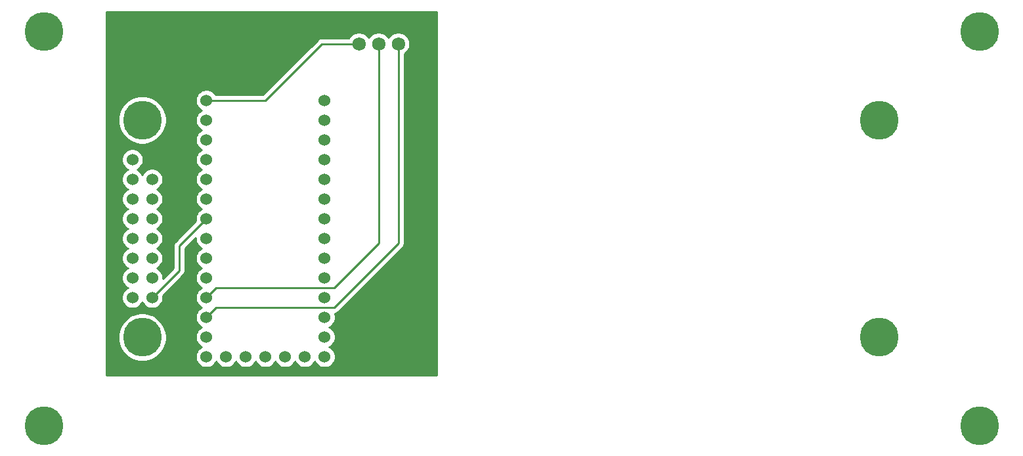
<source format=gbr>
G04 #@! TF.GenerationSoftware,KiCad,Pcbnew,(5.1.5)-3*
G04 #@! TF.CreationDate,2020-06-23T15:46:55-07:00*
G04 #@! TF.ProjectId,Display Board,44697370-6c61-4792-9042-6f6172642e6b,rev?*
G04 #@! TF.SameCoordinates,Original*
G04 #@! TF.FileFunction,Copper,L1,Top*
G04 #@! TF.FilePolarity,Positive*
%FSLAX46Y46*%
G04 Gerber Fmt 4.6, Leading zero omitted, Abs format (unit mm)*
G04 Created by KiCad (PCBNEW (5.1.5)-3) date 2020-06-23 15:46:55*
%MOMM*%
%LPD*%
G04 APERTURE LIST*
%ADD10C,1.725000*%
%ADD11R,1.725000X1.725000*%
%ADD12C,5.000000*%
%ADD13C,1.524000*%
%ADD14C,0.250000*%
%ADD15C,0.254000*%
G04 APERTURE END LIST*
D10*
X123190000Y-71437500D03*
X128270000Y-71437500D03*
X125730000Y-71437500D03*
D11*
X130810000Y-71437500D03*
D12*
X203200000Y-120650000D03*
X203200000Y-69850000D03*
X82550000Y-120650000D03*
X82550000Y-69850000D03*
D13*
X116205000Y-111760000D03*
X103505000Y-111760000D03*
X103505000Y-109220000D03*
X103505000Y-106680000D03*
X103505000Y-104140000D03*
X103505000Y-101600000D03*
X103505000Y-99060000D03*
X103505000Y-96520000D03*
X103505000Y-93980000D03*
X103505000Y-91440000D03*
X103505000Y-88900000D03*
X103505000Y-86360000D03*
X103505000Y-83820000D03*
X103505000Y-81280000D03*
X103505000Y-78740000D03*
X118745000Y-111760000D03*
X118745000Y-109220000D03*
X118745000Y-106680000D03*
X118745000Y-104140000D03*
X118745000Y-101600000D03*
X118745000Y-99060000D03*
X118745000Y-96520000D03*
X118745000Y-93980000D03*
X118745000Y-91440000D03*
X118745000Y-88900000D03*
X118745000Y-86360000D03*
X118745000Y-83820000D03*
X118745000Y-81280000D03*
X118745000Y-78740000D03*
X106045000Y-111760000D03*
X108585000Y-111760000D03*
X111125000Y-111760000D03*
X113665000Y-111760000D03*
D12*
X95250000Y-81250000D03*
X95250000Y-109250000D03*
X190250000Y-109250000D03*
X190250000Y-81250000D03*
D13*
X93980000Y-104140000D03*
X96520000Y-104140000D03*
X93980000Y-101600000D03*
X96520000Y-101600000D03*
X93980000Y-99060000D03*
X96520000Y-99060000D03*
X93980000Y-96520000D03*
X96520000Y-96520000D03*
X93980000Y-93980000D03*
X96520000Y-93980000D03*
X93980000Y-91440000D03*
X96520000Y-91440000D03*
X93980000Y-88900000D03*
X96520000Y-88900000D03*
X93980000Y-86360000D03*
X96520000Y-86360000D03*
D14*
X102743001Y-94741999D02*
X103505000Y-93980000D01*
X100012500Y-97472500D02*
X102743001Y-94741999D01*
X96520000Y-104140000D02*
X100012500Y-100647500D01*
X100012500Y-100647500D02*
X100012500Y-97472500D01*
X111125000Y-78740000D02*
X103505000Y-78740000D01*
X123190000Y-71437500D02*
X118427500Y-71437500D01*
X118427500Y-71437500D02*
X111125000Y-78740000D01*
X104266999Y-105918001D02*
X103505000Y-106680000D01*
X104775000Y-105410000D02*
X104266999Y-105918001D01*
X120015000Y-105410000D02*
X104775000Y-105410000D01*
X128270000Y-71437500D02*
X128270000Y-97155000D01*
X128270000Y-97155000D02*
X120015000Y-105410000D01*
X104266999Y-103378001D02*
X103505000Y-104140000D01*
X104775000Y-102870000D02*
X104266999Y-103378001D01*
X120015000Y-102870000D02*
X104775000Y-102870000D01*
X125730000Y-71437500D02*
X125730000Y-97155000D01*
X125730000Y-97155000D02*
X120015000Y-102870000D01*
D15*
G36*
X133223000Y-114173000D02*
G01*
X90614500Y-114173000D01*
X90614500Y-108941229D01*
X92115000Y-108941229D01*
X92115000Y-109558771D01*
X92235476Y-110164446D01*
X92471799Y-110734979D01*
X92814886Y-111248446D01*
X93251554Y-111685114D01*
X93765021Y-112028201D01*
X94335554Y-112264524D01*
X94941229Y-112385000D01*
X95558771Y-112385000D01*
X96164446Y-112264524D01*
X96734979Y-112028201D01*
X97248446Y-111685114D01*
X97685114Y-111248446D01*
X98028201Y-110734979D01*
X98264524Y-110164446D01*
X98385000Y-109558771D01*
X98385000Y-108941229D01*
X98264524Y-108335554D01*
X98028201Y-107765021D01*
X97685114Y-107251554D01*
X97248446Y-106814886D01*
X96734979Y-106471799D01*
X96164446Y-106235476D01*
X95558771Y-106115000D01*
X94941229Y-106115000D01*
X94335554Y-106235476D01*
X93765021Y-106471799D01*
X93251554Y-106814886D01*
X92814886Y-107251554D01*
X92471799Y-107765021D01*
X92235476Y-108335554D01*
X92115000Y-108941229D01*
X90614500Y-108941229D01*
X90614500Y-86222408D01*
X92583000Y-86222408D01*
X92583000Y-86497592D01*
X92636686Y-86767490D01*
X92741995Y-87021727D01*
X92894880Y-87250535D01*
X93089465Y-87445120D01*
X93318273Y-87598005D01*
X93395515Y-87630000D01*
X93318273Y-87661995D01*
X93089465Y-87814880D01*
X92894880Y-88009465D01*
X92741995Y-88238273D01*
X92636686Y-88492510D01*
X92583000Y-88762408D01*
X92583000Y-89037592D01*
X92636686Y-89307490D01*
X92741995Y-89561727D01*
X92894880Y-89790535D01*
X93089465Y-89985120D01*
X93318273Y-90138005D01*
X93395515Y-90170000D01*
X93318273Y-90201995D01*
X93089465Y-90354880D01*
X92894880Y-90549465D01*
X92741995Y-90778273D01*
X92636686Y-91032510D01*
X92583000Y-91302408D01*
X92583000Y-91577592D01*
X92636686Y-91847490D01*
X92741995Y-92101727D01*
X92894880Y-92330535D01*
X93089465Y-92525120D01*
X93318273Y-92678005D01*
X93395515Y-92710000D01*
X93318273Y-92741995D01*
X93089465Y-92894880D01*
X92894880Y-93089465D01*
X92741995Y-93318273D01*
X92636686Y-93572510D01*
X92583000Y-93842408D01*
X92583000Y-94117592D01*
X92636686Y-94387490D01*
X92741995Y-94641727D01*
X92894880Y-94870535D01*
X93089465Y-95065120D01*
X93318273Y-95218005D01*
X93395515Y-95250000D01*
X93318273Y-95281995D01*
X93089465Y-95434880D01*
X92894880Y-95629465D01*
X92741995Y-95858273D01*
X92636686Y-96112510D01*
X92583000Y-96382408D01*
X92583000Y-96657592D01*
X92636686Y-96927490D01*
X92741995Y-97181727D01*
X92894880Y-97410535D01*
X93089465Y-97605120D01*
X93318273Y-97758005D01*
X93395515Y-97790000D01*
X93318273Y-97821995D01*
X93089465Y-97974880D01*
X92894880Y-98169465D01*
X92741995Y-98398273D01*
X92636686Y-98652510D01*
X92583000Y-98922408D01*
X92583000Y-99197592D01*
X92636686Y-99467490D01*
X92741995Y-99721727D01*
X92894880Y-99950535D01*
X93089465Y-100145120D01*
X93318273Y-100298005D01*
X93395515Y-100330000D01*
X93318273Y-100361995D01*
X93089465Y-100514880D01*
X92894880Y-100709465D01*
X92741995Y-100938273D01*
X92636686Y-101192510D01*
X92583000Y-101462408D01*
X92583000Y-101737592D01*
X92636686Y-102007490D01*
X92741995Y-102261727D01*
X92894880Y-102490535D01*
X93089465Y-102685120D01*
X93318273Y-102838005D01*
X93395515Y-102870000D01*
X93318273Y-102901995D01*
X93089465Y-103054880D01*
X92894880Y-103249465D01*
X92741995Y-103478273D01*
X92636686Y-103732510D01*
X92583000Y-104002408D01*
X92583000Y-104277592D01*
X92636686Y-104547490D01*
X92741995Y-104801727D01*
X92894880Y-105030535D01*
X93089465Y-105225120D01*
X93318273Y-105378005D01*
X93572510Y-105483314D01*
X93842408Y-105537000D01*
X94117592Y-105537000D01*
X94387490Y-105483314D01*
X94641727Y-105378005D01*
X94870535Y-105225120D01*
X95065120Y-105030535D01*
X95218005Y-104801727D01*
X95250000Y-104724485D01*
X95281995Y-104801727D01*
X95434880Y-105030535D01*
X95629465Y-105225120D01*
X95858273Y-105378005D01*
X96112510Y-105483314D01*
X96382408Y-105537000D01*
X96657592Y-105537000D01*
X96927490Y-105483314D01*
X97181727Y-105378005D01*
X97410535Y-105225120D01*
X97605120Y-105030535D01*
X97758005Y-104801727D01*
X97863314Y-104547490D01*
X97917000Y-104277592D01*
X97917000Y-104002408D01*
X97886372Y-103848429D01*
X100523504Y-101211298D01*
X100552501Y-101187501D01*
X100647474Y-101071776D01*
X100718046Y-100939747D01*
X100761503Y-100796486D01*
X100772500Y-100684833D01*
X100772500Y-100684823D01*
X100776176Y-100647500D01*
X100772500Y-100610177D01*
X100772500Y-97787301D01*
X102108000Y-96451802D01*
X102108000Y-96657592D01*
X102161686Y-96927490D01*
X102266995Y-97181727D01*
X102419880Y-97410535D01*
X102614465Y-97605120D01*
X102843273Y-97758005D01*
X102920515Y-97790000D01*
X102843273Y-97821995D01*
X102614465Y-97974880D01*
X102419880Y-98169465D01*
X102266995Y-98398273D01*
X102161686Y-98652510D01*
X102108000Y-98922408D01*
X102108000Y-99197592D01*
X102161686Y-99467490D01*
X102266995Y-99721727D01*
X102419880Y-99950535D01*
X102614465Y-100145120D01*
X102843273Y-100298005D01*
X102920515Y-100330000D01*
X102843273Y-100361995D01*
X102614465Y-100514880D01*
X102419880Y-100709465D01*
X102266995Y-100938273D01*
X102161686Y-101192510D01*
X102108000Y-101462408D01*
X102108000Y-101737592D01*
X102161686Y-102007490D01*
X102266995Y-102261727D01*
X102419880Y-102490535D01*
X102614465Y-102685120D01*
X102843273Y-102838005D01*
X102920515Y-102870000D01*
X102843273Y-102901995D01*
X102614465Y-103054880D01*
X102419880Y-103249465D01*
X102266995Y-103478273D01*
X102161686Y-103732510D01*
X102108000Y-104002408D01*
X102108000Y-104277592D01*
X102161686Y-104547490D01*
X102266995Y-104801727D01*
X102419880Y-105030535D01*
X102614465Y-105225120D01*
X102843273Y-105378005D01*
X102920515Y-105410000D01*
X102843273Y-105441995D01*
X102614465Y-105594880D01*
X102419880Y-105789465D01*
X102266995Y-106018273D01*
X102161686Y-106272510D01*
X102108000Y-106542408D01*
X102108000Y-106817592D01*
X102161686Y-107087490D01*
X102266995Y-107341727D01*
X102419880Y-107570535D01*
X102614465Y-107765120D01*
X102843273Y-107918005D01*
X102920515Y-107950000D01*
X102843273Y-107981995D01*
X102614465Y-108134880D01*
X102419880Y-108329465D01*
X102266995Y-108558273D01*
X102161686Y-108812510D01*
X102108000Y-109082408D01*
X102108000Y-109357592D01*
X102161686Y-109627490D01*
X102266995Y-109881727D01*
X102419880Y-110110535D01*
X102614465Y-110305120D01*
X102843273Y-110458005D01*
X102920515Y-110490000D01*
X102843273Y-110521995D01*
X102614465Y-110674880D01*
X102419880Y-110869465D01*
X102266995Y-111098273D01*
X102161686Y-111352510D01*
X102108000Y-111622408D01*
X102108000Y-111897592D01*
X102161686Y-112167490D01*
X102266995Y-112421727D01*
X102419880Y-112650535D01*
X102614465Y-112845120D01*
X102843273Y-112998005D01*
X103097510Y-113103314D01*
X103367408Y-113157000D01*
X103642592Y-113157000D01*
X103912490Y-113103314D01*
X104166727Y-112998005D01*
X104395535Y-112845120D01*
X104590120Y-112650535D01*
X104743005Y-112421727D01*
X104775000Y-112344485D01*
X104806995Y-112421727D01*
X104959880Y-112650535D01*
X105154465Y-112845120D01*
X105383273Y-112998005D01*
X105637510Y-113103314D01*
X105907408Y-113157000D01*
X106182592Y-113157000D01*
X106452490Y-113103314D01*
X106706727Y-112998005D01*
X106935535Y-112845120D01*
X107130120Y-112650535D01*
X107283005Y-112421727D01*
X107315000Y-112344485D01*
X107346995Y-112421727D01*
X107499880Y-112650535D01*
X107694465Y-112845120D01*
X107923273Y-112998005D01*
X108177510Y-113103314D01*
X108447408Y-113157000D01*
X108722592Y-113157000D01*
X108992490Y-113103314D01*
X109246727Y-112998005D01*
X109475535Y-112845120D01*
X109670120Y-112650535D01*
X109823005Y-112421727D01*
X109855000Y-112344485D01*
X109886995Y-112421727D01*
X110039880Y-112650535D01*
X110234465Y-112845120D01*
X110463273Y-112998005D01*
X110717510Y-113103314D01*
X110987408Y-113157000D01*
X111262592Y-113157000D01*
X111532490Y-113103314D01*
X111786727Y-112998005D01*
X112015535Y-112845120D01*
X112210120Y-112650535D01*
X112363005Y-112421727D01*
X112395000Y-112344485D01*
X112426995Y-112421727D01*
X112579880Y-112650535D01*
X112774465Y-112845120D01*
X113003273Y-112998005D01*
X113257510Y-113103314D01*
X113527408Y-113157000D01*
X113802592Y-113157000D01*
X114072490Y-113103314D01*
X114326727Y-112998005D01*
X114555535Y-112845120D01*
X114750120Y-112650535D01*
X114903005Y-112421727D01*
X114935000Y-112344485D01*
X114966995Y-112421727D01*
X115119880Y-112650535D01*
X115314465Y-112845120D01*
X115543273Y-112998005D01*
X115797510Y-113103314D01*
X116067408Y-113157000D01*
X116342592Y-113157000D01*
X116612490Y-113103314D01*
X116866727Y-112998005D01*
X117095535Y-112845120D01*
X117290120Y-112650535D01*
X117443005Y-112421727D01*
X117475000Y-112344485D01*
X117506995Y-112421727D01*
X117659880Y-112650535D01*
X117854465Y-112845120D01*
X118083273Y-112998005D01*
X118337510Y-113103314D01*
X118607408Y-113157000D01*
X118882592Y-113157000D01*
X119152490Y-113103314D01*
X119406727Y-112998005D01*
X119635535Y-112845120D01*
X119830120Y-112650535D01*
X119983005Y-112421727D01*
X120088314Y-112167490D01*
X120142000Y-111897592D01*
X120142000Y-111622408D01*
X120088314Y-111352510D01*
X119983005Y-111098273D01*
X119830120Y-110869465D01*
X119635535Y-110674880D01*
X119406727Y-110521995D01*
X119329485Y-110490000D01*
X119406727Y-110458005D01*
X119635535Y-110305120D01*
X119830120Y-110110535D01*
X119983005Y-109881727D01*
X120088314Y-109627490D01*
X120142000Y-109357592D01*
X120142000Y-109082408D01*
X120088314Y-108812510D01*
X119983005Y-108558273D01*
X119830120Y-108329465D01*
X119635535Y-108134880D01*
X119406727Y-107981995D01*
X119329485Y-107950000D01*
X119406727Y-107918005D01*
X119635535Y-107765120D01*
X119830120Y-107570535D01*
X119983005Y-107341727D01*
X120088314Y-107087490D01*
X120142000Y-106817592D01*
X120142000Y-106542408D01*
X120088314Y-106272510D01*
X120046106Y-106170612D01*
X120052322Y-106170000D01*
X120052333Y-106170000D01*
X120163986Y-106159003D01*
X120307247Y-106115546D01*
X120439276Y-106044974D01*
X120555001Y-105950001D01*
X120578804Y-105920997D01*
X128781003Y-97718799D01*
X128810001Y-97695001D01*
X128870334Y-97621485D01*
X128904974Y-97579277D01*
X128975546Y-97447247D01*
X128986682Y-97410535D01*
X129019003Y-97303986D01*
X129030000Y-97192333D01*
X129030000Y-97192323D01*
X129033676Y-97155000D01*
X129030000Y-97117677D01*
X129030000Y-72730712D01*
X129224601Y-72600684D01*
X129433184Y-72392101D01*
X129597067Y-72146832D01*
X129709952Y-71874305D01*
X129767500Y-71584991D01*
X129767500Y-71290009D01*
X129709952Y-71000695D01*
X129597067Y-70728168D01*
X129433184Y-70482899D01*
X129224601Y-70274316D01*
X128979332Y-70110433D01*
X128706805Y-69997548D01*
X128417491Y-69940000D01*
X128122509Y-69940000D01*
X127833195Y-69997548D01*
X127560668Y-70110433D01*
X127315399Y-70274316D01*
X127106816Y-70482899D01*
X127000000Y-70642761D01*
X126893184Y-70482899D01*
X126684601Y-70274316D01*
X126439332Y-70110433D01*
X126166805Y-69997548D01*
X125877491Y-69940000D01*
X125582509Y-69940000D01*
X125293195Y-69997548D01*
X125020668Y-70110433D01*
X124775399Y-70274316D01*
X124566816Y-70482899D01*
X124460000Y-70642761D01*
X124353184Y-70482899D01*
X124144601Y-70274316D01*
X123899332Y-70110433D01*
X123626805Y-69997548D01*
X123337491Y-69940000D01*
X123042509Y-69940000D01*
X122753195Y-69997548D01*
X122480668Y-70110433D01*
X122235399Y-70274316D01*
X122026816Y-70482899D01*
X121896788Y-70677500D01*
X118464833Y-70677500D01*
X118427500Y-70673823D01*
X118390167Y-70677500D01*
X118278514Y-70688497D01*
X118135253Y-70731954D01*
X118003224Y-70802526D01*
X117887499Y-70897499D01*
X117863701Y-70926497D01*
X110810199Y-77980000D01*
X104677341Y-77980000D01*
X104590120Y-77849465D01*
X104395535Y-77654880D01*
X104166727Y-77501995D01*
X103912490Y-77396686D01*
X103642592Y-77343000D01*
X103367408Y-77343000D01*
X103097510Y-77396686D01*
X102843273Y-77501995D01*
X102614465Y-77654880D01*
X102419880Y-77849465D01*
X102266995Y-78078273D01*
X102161686Y-78332510D01*
X102108000Y-78602408D01*
X102108000Y-78877592D01*
X102161686Y-79147490D01*
X102266995Y-79401727D01*
X102419880Y-79630535D01*
X102614465Y-79825120D01*
X102843273Y-79978005D01*
X102920515Y-80010000D01*
X102843273Y-80041995D01*
X102614465Y-80194880D01*
X102419880Y-80389465D01*
X102266995Y-80618273D01*
X102161686Y-80872510D01*
X102108000Y-81142408D01*
X102108000Y-81417592D01*
X102161686Y-81687490D01*
X102266995Y-81941727D01*
X102419880Y-82170535D01*
X102614465Y-82365120D01*
X102843273Y-82518005D01*
X102920515Y-82550000D01*
X102843273Y-82581995D01*
X102614465Y-82734880D01*
X102419880Y-82929465D01*
X102266995Y-83158273D01*
X102161686Y-83412510D01*
X102108000Y-83682408D01*
X102108000Y-83957592D01*
X102161686Y-84227490D01*
X102266995Y-84481727D01*
X102419880Y-84710535D01*
X102614465Y-84905120D01*
X102843273Y-85058005D01*
X102920515Y-85090000D01*
X102843273Y-85121995D01*
X102614465Y-85274880D01*
X102419880Y-85469465D01*
X102266995Y-85698273D01*
X102161686Y-85952510D01*
X102108000Y-86222408D01*
X102108000Y-86497592D01*
X102161686Y-86767490D01*
X102266995Y-87021727D01*
X102419880Y-87250535D01*
X102614465Y-87445120D01*
X102843273Y-87598005D01*
X102920515Y-87630000D01*
X102843273Y-87661995D01*
X102614465Y-87814880D01*
X102419880Y-88009465D01*
X102266995Y-88238273D01*
X102161686Y-88492510D01*
X102108000Y-88762408D01*
X102108000Y-89037592D01*
X102161686Y-89307490D01*
X102266995Y-89561727D01*
X102419880Y-89790535D01*
X102614465Y-89985120D01*
X102843273Y-90138005D01*
X102920515Y-90170000D01*
X102843273Y-90201995D01*
X102614465Y-90354880D01*
X102419880Y-90549465D01*
X102266995Y-90778273D01*
X102161686Y-91032510D01*
X102108000Y-91302408D01*
X102108000Y-91577592D01*
X102161686Y-91847490D01*
X102266995Y-92101727D01*
X102419880Y-92330535D01*
X102614465Y-92525120D01*
X102843273Y-92678005D01*
X102920515Y-92710000D01*
X102843273Y-92741995D01*
X102614465Y-92894880D01*
X102419880Y-93089465D01*
X102266995Y-93318273D01*
X102161686Y-93572510D01*
X102108000Y-93842408D01*
X102108000Y-94117592D01*
X102138628Y-94271570D01*
X99501498Y-96908701D01*
X99472500Y-96932499D01*
X99448702Y-96961497D01*
X99448701Y-96961498D01*
X99377526Y-97048224D01*
X99306954Y-97180254D01*
X99263498Y-97323515D01*
X99248824Y-97472500D01*
X99252501Y-97509832D01*
X99252500Y-100332698D01*
X97917000Y-101668198D01*
X97917000Y-101462408D01*
X97863314Y-101192510D01*
X97758005Y-100938273D01*
X97605120Y-100709465D01*
X97410535Y-100514880D01*
X97181727Y-100361995D01*
X97104485Y-100330000D01*
X97181727Y-100298005D01*
X97410535Y-100145120D01*
X97605120Y-99950535D01*
X97758005Y-99721727D01*
X97863314Y-99467490D01*
X97917000Y-99197592D01*
X97917000Y-98922408D01*
X97863314Y-98652510D01*
X97758005Y-98398273D01*
X97605120Y-98169465D01*
X97410535Y-97974880D01*
X97181727Y-97821995D01*
X97104485Y-97790000D01*
X97181727Y-97758005D01*
X97410535Y-97605120D01*
X97605120Y-97410535D01*
X97758005Y-97181727D01*
X97863314Y-96927490D01*
X97917000Y-96657592D01*
X97917000Y-96382408D01*
X97863314Y-96112510D01*
X97758005Y-95858273D01*
X97605120Y-95629465D01*
X97410535Y-95434880D01*
X97181727Y-95281995D01*
X97104485Y-95250000D01*
X97181727Y-95218005D01*
X97410535Y-95065120D01*
X97605120Y-94870535D01*
X97758005Y-94641727D01*
X97863314Y-94387490D01*
X97917000Y-94117592D01*
X97917000Y-93842408D01*
X97863314Y-93572510D01*
X97758005Y-93318273D01*
X97605120Y-93089465D01*
X97410535Y-92894880D01*
X97181727Y-92741995D01*
X97104485Y-92710000D01*
X97181727Y-92678005D01*
X97410535Y-92525120D01*
X97605120Y-92330535D01*
X97758005Y-92101727D01*
X97863314Y-91847490D01*
X97917000Y-91577592D01*
X97917000Y-91302408D01*
X97863314Y-91032510D01*
X97758005Y-90778273D01*
X97605120Y-90549465D01*
X97410535Y-90354880D01*
X97181727Y-90201995D01*
X97104485Y-90170000D01*
X97181727Y-90138005D01*
X97410535Y-89985120D01*
X97605120Y-89790535D01*
X97758005Y-89561727D01*
X97863314Y-89307490D01*
X97917000Y-89037592D01*
X97917000Y-88762408D01*
X97863314Y-88492510D01*
X97758005Y-88238273D01*
X97605120Y-88009465D01*
X97410535Y-87814880D01*
X97181727Y-87661995D01*
X96927490Y-87556686D01*
X96657592Y-87503000D01*
X96382408Y-87503000D01*
X96112510Y-87556686D01*
X95858273Y-87661995D01*
X95629465Y-87814880D01*
X95434880Y-88009465D01*
X95281995Y-88238273D01*
X95250000Y-88315515D01*
X95218005Y-88238273D01*
X95065120Y-88009465D01*
X94870535Y-87814880D01*
X94641727Y-87661995D01*
X94564485Y-87630000D01*
X94641727Y-87598005D01*
X94870535Y-87445120D01*
X95065120Y-87250535D01*
X95218005Y-87021727D01*
X95323314Y-86767490D01*
X95377000Y-86497592D01*
X95377000Y-86222408D01*
X95323314Y-85952510D01*
X95218005Y-85698273D01*
X95065120Y-85469465D01*
X94870535Y-85274880D01*
X94641727Y-85121995D01*
X94387490Y-85016686D01*
X94117592Y-84963000D01*
X93842408Y-84963000D01*
X93572510Y-85016686D01*
X93318273Y-85121995D01*
X93089465Y-85274880D01*
X92894880Y-85469465D01*
X92741995Y-85698273D01*
X92636686Y-85952510D01*
X92583000Y-86222408D01*
X90614500Y-86222408D01*
X90614500Y-80941229D01*
X92115000Y-80941229D01*
X92115000Y-81558771D01*
X92235476Y-82164446D01*
X92471799Y-82734979D01*
X92814886Y-83248446D01*
X93251554Y-83685114D01*
X93765021Y-84028201D01*
X94335554Y-84264524D01*
X94941229Y-84385000D01*
X95558771Y-84385000D01*
X96164446Y-84264524D01*
X96734979Y-84028201D01*
X97248446Y-83685114D01*
X97685114Y-83248446D01*
X98028201Y-82734979D01*
X98264524Y-82164446D01*
X98385000Y-81558771D01*
X98385000Y-80941229D01*
X98264524Y-80335554D01*
X98028201Y-79765021D01*
X97685114Y-79251554D01*
X97248446Y-78814886D01*
X96734979Y-78471799D01*
X96164446Y-78235476D01*
X95558771Y-78115000D01*
X94941229Y-78115000D01*
X94335554Y-78235476D01*
X93765021Y-78471799D01*
X93251554Y-78814886D01*
X92814886Y-79251554D01*
X92471799Y-79765021D01*
X92235476Y-80335554D01*
X92115000Y-80941229D01*
X90614500Y-80941229D01*
X90614500Y-67335000D01*
X133223000Y-67335000D01*
X133223000Y-114173000D01*
G37*
X133223000Y-114173000D02*
X90614500Y-114173000D01*
X90614500Y-108941229D01*
X92115000Y-108941229D01*
X92115000Y-109558771D01*
X92235476Y-110164446D01*
X92471799Y-110734979D01*
X92814886Y-111248446D01*
X93251554Y-111685114D01*
X93765021Y-112028201D01*
X94335554Y-112264524D01*
X94941229Y-112385000D01*
X95558771Y-112385000D01*
X96164446Y-112264524D01*
X96734979Y-112028201D01*
X97248446Y-111685114D01*
X97685114Y-111248446D01*
X98028201Y-110734979D01*
X98264524Y-110164446D01*
X98385000Y-109558771D01*
X98385000Y-108941229D01*
X98264524Y-108335554D01*
X98028201Y-107765021D01*
X97685114Y-107251554D01*
X97248446Y-106814886D01*
X96734979Y-106471799D01*
X96164446Y-106235476D01*
X95558771Y-106115000D01*
X94941229Y-106115000D01*
X94335554Y-106235476D01*
X93765021Y-106471799D01*
X93251554Y-106814886D01*
X92814886Y-107251554D01*
X92471799Y-107765021D01*
X92235476Y-108335554D01*
X92115000Y-108941229D01*
X90614500Y-108941229D01*
X90614500Y-86222408D01*
X92583000Y-86222408D01*
X92583000Y-86497592D01*
X92636686Y-86767490D01*
X92741995Y-87021727D01*
X92894880Y-87250535D01*
X93089465Y-87445120D01*
X93318273Y-87598005D01*
X93395515Y-87630000D01*
X93318273Y-87661995D01*
X93089465Y-87814880D01*
X92894880Y-88009465D01*
X92741995Y-88238273D01*
X92636686Y-88492510D01*
X92583000Y-88762408D01*
X92583000Y-89037592D01*
X92636686Y-89307490D01*
X92741995Y-89561727D01*
X92894880Y-89790535D01*
X93089465Y-89985120D01*
X93318273Y-90138005D01*
X93395515Y-90170000D01*
X93318273Y-90201995D01*
X93089465Y-90354880D01*
X92894880Y-90549465D01*
X92741995Y-90778273D01*
X92636686Y-91032510D01*
X92583000Y-91302408D01*
X92583000Y-91577592D01*
X92636686Y-91847490D01*
X92741995Y-92101727D01*
X92894880Y-92330535D01*
X93089465Y-92525120D01*
X93318273Y-92678005D01*
X93395515Y-92710000D01*
X93318273Y-92741995D01*
X93089465Y-92894880D01*
X92894880Y-93089465D01*
X92741995Y-93318273D01*
X92636686Y-93572510D01*
X92583000Y-93842408D01*
X92583000Y-94117592D01*
X92636686Y-94387490D01*
X92741995Y-94641727D01*
X92894880Y-94870535D01*
X93089465Y-95065120D01*
X93318273Y-95218005D01*
X93395515Y-95250000D01*
X93318273Y-95281995D01*
X93089465Y-95434880D01*
X92894880Y-95629465D01*
X92741995Y-95858273D01*
X92636686Y-96112510D01*
X92583000Y-96382408D01*
X92583000Y-96657592D01*
X92636686Y-96927490D01*
X92741995Y-97181727D01*
X92894880Y-97410535D01*
X93089465Y-97605120D01*
X93318273Y-97758005D01*
X93395515Y-97790000D01*
X93318273Y-97821995D01*
X93089465Y-97974880D01*
X92894880Y-98169465D01*
X92741995Y-98398273D01*
X92636686Y-98652510D01*
X92583000Y-98922408D01*
X92583000Y-99197592D01*
X92636686Y-99467490D01*
X92741995Y-99721727D01*
X92894880Y-99950535D01*
X93089465Y-100145120D01*
X93318273Y-100298005D01*
X93395515Y-100330000D01*
X93318273Y-100361995D01*
X93089465Y-100514880D01*
X92894880Y-100709465D01*
X92741995Y-100938273D01*
X92636686Y-101192510D01*
X92583000Y-101462408D01*
X92583000Y-101737592D01*
X92636686Y-102007490D01*
X92741995Y-102261727D01*
X92894880Y-102490535D01*
X93089465Y-102685120D01*
X93318273Y-102838005D01*
X93395515Y-102870000D01*
X93318273Y-102901995D01*
X93089465Y-103054880D01*
X92894880Y-103249465D01*
X92741995Y-103478273D01*
X92636686Y-103732510D01*
X92583000Y-104002408D01*
X92583000Y-104277592D01*
X92636686Y-104547490D01*
X92741995Y-104801727D01*
X92894880Y-105030535D01*
X93089465Y-105225120D01*
X93318273Y-105378005D01*
X93572510Y-105483314D01*
X93842408Y-105537000D01*
X94117592Y-105537000D01*
X94387490Y-105483314D01*
X94641727Y-105378005D01*
X94870535Y-105225120D01*
X95065120Y-105030535D01*
X95218005Y-104801727D01*
X95250000Y-104724485D01*
X95281995Y-104801727D01*
X95434880Y-105030535D01*
X95629465Y-105225120D01*
X95858273Y-105378005D01*
X96112510Y-105483314D01*
X96382408Y-105537000D01*
X96657592Y-105537000D01*
X96927490Y-105483314D01*
X97181727Y-105378005D01*
X97410535Y-105225120D01*
X97605120Y-105030535D01*
X97758005Y-104801727D01*
X97863314Y-104547490D01*
X97917000Y-104277592D01*
X97917000Y-104002408D01*
X97886372Y-103848429D01*
X100523504Y-101211298D01*
X100552501Y-101187501D01*
X100647474Y-101071776D01*
X100718046Y-100939747D01*
X100761503Y-100796486D01*
X100772500Y-100684833D01*
X100772500Y-100684823D01*
X100776176Y-100647500D01*
X100772500Y-100610177D01*
X100772500Y-97787301D01*
X102108000Y-96451802D01*
X102108000Y-96657592D01*
X102161686Y-96927490D01*
X102266995Y-97181727D01*
X102419880Y-97410535D01*
X102614465Y-97605120D01*
X102843273Y-97758005D01*
X102920515Y-97790000D01*
X102843273Y-97821995D01*
X102614465Y-97974880D01*
X102419880Y-98169465D01*
X102266995Y-98398273D01*
X102161686Y-98652510D01*
X102108000Y-98922408D01*
X102108000Y-99197592D01*
X102161686Y-99467490D01*
X102266995Y-99721727D01*
X102419880Y-99950535D01*
X102614465Y-100145120D01*
X102843273Y-100298005D01*
X102920515Y-100330000D01*
X102843273Y-100361995D01*
X102614465Y-100514880D01*
X102419880Y-100709465D01*
X102266995Y-100938273D01*
X102161686Y-101192510D01*
X102108000Y-101462408D01*
X102108000Y-101737592D01*
X102161686Y-102007490D01*
X102266995Y-102261727D01*
X102419880Y-102490535D01*
X102614465Y-102685120D01*
X102843273Y-102838005D01*
X102920515Y-102870000D01*
X102843273Y-102901995D01*
X102614465Y-103054880D01*
X102419880Y-103249465D01*
X102266995Y-103478273D01*
X102161686Y-103732510D01*
X102108000Y-104002408D01*
X102108000Y-104277592D01*
X102161686Y-104547490D01*
X102266995Y-104801727D01*
X102419880Y-105030535D01*
X102614465Y-105225120D01*
X102843273Y-105378005D01*
X102920515Y-105410000D01*
X102843273Y-105441995D01*
X102614465Y-105594880D01*
X102419880Y-105789465D01*
X102266995Y-106018273D01*
X102161686Y-106272510D01*
X102108000Y-106542408D01*
X102108000Y-106817592D01*
X102161686Y-107087490D01*
X102266995Y-107341727D01*
X102419880Y-107570535D01*
X102614465Y-107765120D01*
X102843273Y-107918005D01*
X102920515Y-107950000D01*
X102843273Y-107981995D01*
X102614465Y-108134880D01*
X102419880Y-108329465D01*
X102266995Y-108558273D01*
X102161686Y-108812510D01*
X102108000Y-109082408D01*
X102108000Y-109357592D01*
X102161686Y-109627490D01*
X102266995Y-109881727D01*
X102419880Y-110110535D01*
X102614465Y-110305120D01*
X102843273Y-110458005D01*
X102920515Y-110490000D01*
X102843273Y-110521995D01*
X102614465Y-110674880D01*
X102419880Y-110869465D01*
X102266995Y-111098273D01*
X102161686Y-111352510D01*
X102108000Y-111622408D01*
X102108000Y-111897592D01*
X102161686Y-112167490D01*
X102266995Y-112421727D01*
X102419880Y-112650535D01*
X102614465Y-112845120D01*
X102843273Y-112998005D01*
X103097510Y-113103314D01*
X103367408Y-113157000D01*
X103642592Y-113157000D01*
X103912490Y-113103314D01*
X104166727Y-112998005D01*
X104395535Y-112845120D01*
X104590120Y-112650535D01*
X104743005Y-112421727D01*
X104775000Y-112344485D01*
X104806995Y-112421727D01*
X104959880Y-112650535D01*
X105154465Y-112845120D01*
X105383273Y-112998005D01*
X105637510Y-113103314D01*
X105907408Y-113157000D01*
X106182592Y-113157000D01*
X106452490Y-113103314D01*
X106706727Y-112998005D01*
X106935535Y-112845120D01*
X107130120Y-112650535D01*
X107283005Y-112421727D01*
X107315000Y-112344485D01*
X107346995Y-112421727D01*
X107499880Y-112650535D01*
X107694465Y-112845120D01*
X107923273Y-112998005D01*
X108177510Y-113103314D01*
X108447408Y-113157000D01*
X108722592Y-113157000D01*
X108992490Y-113103314D01*
X109246727Y-112998005D01*
X109475535Y-112845120D01*
X109670120Y-112650535D01*
X109823005Y-112421727D01*
X109855000Y-112344485D01*
X109886995Y-112421727D01*
X110039880Y-112650535D01*
X110234465Y-112845120D01*
X110463273Y-112998005D01*
X110717510Y-113103314D01*
X110987408Y-113157000D01*
X111262592Y-113157000D01*
X111532490Y-113103314D01*
X111786727Y-112998005D01*
X112015535Y-112845120D01*
X112210120Y-112650535D01*
X112363005Y-112421727D01*
X112395000Y-112344485D01*
X112426995Y-112421727D01*
X112579880Y-112650535D01*
X112774465Y-112845120D01*
X113003273Y-112998005D01*
X113257510Y-113103314D01*
X113527408Y-113157000D01*
X113802592Y-113157000D01*
X114072490Y-113103314D01*
X114326727Y-112998005D01*
X114555535Y-112845120D01*
X114750120Y-112650535D01*
X114903005Y-112421727D01*
X114935000Y-112344485D01*
X114966995Y-112421727D01*
X115119880Y-112650535D01*
X115314465Y-112845120D01*
X115543273Y-112998005D01*
X115797510Y-113103314D01*
X116067408Y-113157000D01*
X116342592Y-113157000D01*
X116612490Y-113103314D01*
X116866727Y-112998005D01*
X117095535Y-112845120D01*
X117290120Y-112650535D01*
X117443005Y-112421727D01*
X117475000Y-112344485D01*
X117506995Y-112421727D01*
X117659880Y-112650535D01*
X117854465Y-112845120D01*
X118083273Y-112998005D01*
X118337510Y-113103314D01*
X118607408Y-113157000D01*
X118882592Y-113157000D01*
X119152490Y-113103314D01*
X119406727Y-112998005D01*
X119635535Y-112845120D01*
X119830120Y-112650535D01*
X119983005Y-112421727D01*
X120088314Y-112167490D01*
X120142000Y-111897592D01*
X120142000Y-111622408D01*
X120088314Y-111352510D01*
X119983005Y-111098273D01*
X119830120Y-110869465D01*
X119635535Y-110674880D01*
X119406727Y-110521995D01*
X119329485Y-110490000D01*
X119406727Y-110458005D01*
X119635535Y-110305120D01*
X119830120Y-110110535D01*
X119983005Y-109881727D01*
X120088314Y-109627490D01*
X120142000Y-109357592D01*
X120142000Y-109082408D01*
X120088314Y-108812510D01*
X119983005Y-108558273D01*
X119830120Y-108329465D01*
X119635535Y-108134880D01*
X119406727Y-107981995D01*
X119329485Y-107950000D01*
X119406727Y-107918005D01*
X119635535Y-107765120D01*
X119830120Y-107570535D01*
X119983005Y-107341727D01*
X120088314Y-107087490D01*
X120142000Y-106817592D01*
X120142000Y-106542408D01*
X120088314Y-106272510D01*
X120046106Y-106170612D01*
X120052322Y-106170000D01*
X120052333Y-106170000D01*
X120163986Y-106159003D01*
X120307247Y-106115546D01*
X120439276Y-106044974D01*
X120555001Y-105950001D01*
X120578804Y-105920997D01*
X128781003Y-97718799D01*
X128810001Y-97695001D01*
X128870334Y-97621485D01*
X128904974Y-97579277D01*
X128975546Y-97447247D01*
X128986682Y-97410535D01*
X129019003Y-97303986D01*
X129030000Y-97192333D01*
X129030000Y-97192323D01*
X129033676Y-97155000D01*
X129030000Y-97117677D01*
X129030000Y-72730712D01*
X129224601Y-72600684D01*
X129433184Y-72392101D01*
X129597067Y-72146832D01*
X129709952Y-71874305D01*
X129767500Y-71584991D01*
X129767500Y-71290009D01*
X129709952Y-71000695D01*
X129597067Y-70728168D01*
X129433184Y-70482899D01*
X129224601Y-70274316D01*
X128979332Y-70110433D01*
X128706805Y-69997548D01*
X128417491Y-69940000D01*
X128122509Y-69940000D01*
X127833195Y-69997548D01*
X127560668Y-70110433D01*
X127315399Y-70274316D01*
X127106816Y-70482899D01*
X127000000Y-70642761D01*
X126893184Y-70482899D01*
X126684601Y-70274316D01*
X126439332Y-70110433D01*
X126166805Y-69997548D01*
X125877491Y-69940000D01*
X125582509Y-69940000D01*
X125293195Y-69997548D01*
X125020668Y-70110433D01*
X124775399Y-70274316D01*
X124566816Y-70482899D01*
X124460000Y-70642761D01*
X124353184Y-70482899D01*
X124144601Y-70274316D01*
X123899332Y-70110433D01*
X123626805Y-69997548D01*
X123337491Y-69940000D01*
X123042509Y-69940000D01*
X122753195Y-69997548D01*
X122480668Y-70110433D01*
X122235399Y-70274316D01*
X122026816Y-70482899D01*
X121896788Y-70677500D01*
X118464833Y-70677500D01*
X118427500Y-70673823D01*
X118390167Y-70677500D01*
X118278514Y-70688497D01*
X118135253Y-70731954D01*
X118003224Y-70802526D01*
X117887499Y-70897499D01*
X117863701Y-70926497D01*
X110810199Y-77980000D01*
X104677341Y-77980000D01*
X104590120Y-77849465D01*
X104395535Y-77654880D01*
X104166727Y-77501995D01*
X103912490Y-77396686D01*
X103642592Y-77343000D01*
X103367408Y-77343000D01*
X103097510Y-77396686D01*
X102843273Y-77501995D01*
X102614465Y-77654880D01*
X102419880Y-77849465D01*
X102266995Y-78078273D01*
X102161686Y-78332510D01*
X102108000Y-78602408D01*
X102108000Y-78877592D01*
X102161686Y-79147490D01*
X102266995Y-79401727D01*
X102419880Y-79630535D01*
X102614465Y-79825120D01*
X102843273Y-79978005D01*
X102920515Y-80010000D01*
X102843273Y-80041995D01*
X102614465Y-80194880D01*
X102419880Y-80389465D01*
X102266995Y-80618273D01*
X102161686Y-80872510D01*
X102108000Y-81142408D01*
X102108000Y-81417592D01*
X102161686Y-81687490D01*
X102266995Y-81941727D01*
X102419880Y-82170535D01*
X102614465Y-82365120D01*
X102843273Y-82518005D01*
X102920515Y-82550000D01*
X102843273Y-82581995D01*
X102614465Y-82734880D01*
X102419880Y-82929465D01*
X102266995Y-83158273D01*
X102161686Y-83412510D01*
X102108000Y-83682408D01*
X102108000Y-83957592D01*
X102161686Y-84227490D01*
X102266995Y-84481727D01*
X102419880Y-84710535D01*
X102614465Y-84905120D01*
X102843273Y-85058005D01*
X102920515Y-85090000D01*
X102843273Y-85121995D01*
X102614465Y-85274880D01*
X102419880Y-85469465D01*
X102266995Y-85698273D01*
X102161686Y-85952510D01*
X102108000Y-86222408D01*
X102108000Y-86497592D01*
X102161686Y-86767490D01*
X102266995Y-87021727D01*
X102419880Y-87250535D01*
X102614465Y-87445120D01*
X102843273Y-87598005D01*
X102920515Y-87630000D01*
X102843273Y-87661995D01*
X102614465Y-87814880D01*
X102419880Y-88009465D01*
X102266995Y-88238273D01*
X102161686Y-88492510D01*
X102108000Y-88762408D01*
X102108000Y-89037592D01*
X102161686Y-89307490D01*
X102266995Y-89561727D01*
X102419880Y-89790535D01*
X102614465Y-89985120D01*
X102843273Y-90138005D01*
X102920515Y-90170000D01*
X102843273Y-90201995D01*
X102614465Y-90354880D01*
X102419880Y-90549465D01*
X102266995Y-90778273D01*
X102161686Y-91032510D01*
X102108000Y-91302408D01*
X102108000Y-91577592D01*
X102161686Y-91847490D01*
X102266995Y-92101727D01*
X102419880Y-92330535D01*
X102614465Y-92525120D01*
X102843273Y-92678005D01*
X102920515Y-92710000D01*
X102843273Y-92741995D01*
X102614465Y-92894880D01*
X102419880Y-93089465D01*
X102266995Y-93318273D01*
X102161686Y-93572510D01*
X102108000Y-93842408D01*
X102108000Y-94117592D01*
X102138628Y-94271570D01*
X99501498Y-96908701D01*
X99472500Y-96932499D01*
X99448702Y-96961497D01*
X99448701Y-96961498D01*
X99377526Y-97048224D01*
X99306954Y-97180254D01*
X99263498Y-97323515D01*
X99248824Y-97472500D01*
X99252501Y-97509832D01*
X99252500Y-100332698D01*
X97917000Y-101668198D01*
X97917000Y-101462408D01*
X97863314Y-101192510D01*
X97758005Y-100938273D01*
X97605120Y-100709465D01*
X97410535Y-100514880D01*
X97181727Y-100361995D01*
X97104485Y-100330000D01*
X97181727Y-100298005D01*
X97410535Y-100145120D01*
X97605120Y-99950535D01*
X97758005Y-99721727D01*
X97863314Y-99467490D01*
X97917000Y-99197592D01*
X97917000Y-98922408D01*
X97863314Y-98652510D01*
X97758005Y-98398273D01*
X97605120Y-98169465D01*
X97410535Y-97974880D01*
X97181727Y-97821995D01*
X97104485Y-97790000D01*
X97181727Y-97758005D01*
X97410535Y-97605120D01*
X97605120Y-97410535D01*
X97758005Y-97181727D01*
X97863314Y-96927490D01*
X97917000Y-96657592D01*
X97917000Y-96382408D01*
X97863314Y-96112510D01*
X97758005Y-95858273D01*
X97605120Y-95629465D01*
X97410535Y-95434880D01*
X97181727Y-95281995D01*
X97104485Y-95250000D01*
X97181727Y-95218005D01*
X97410535Y-95065120D01*
X97605120Y-94870535D01*
X97758005Y-94641727D01*
X97863314Y-94387490D01*
X97917000Y-94117592D01*
X97917000Y-93842408D01*
X97863314Y-93572510D01*
X97758005Y-93318273D01*
X97605120Y-93089465D01*
X97410535Y-92894880D01*
X97181727Y-92741995D01*
X97104485Y-92710000D01*
X97181727Y-92678005D01*
X97410535Y-92525120D01*
X97605120Y-92330535D01*
X97758005Y-92101727D01*
X97863314Y-91847490D01*
X97917000Y-91577592D01*
X97917000Y-91302408D01*
X97863314Y-91032510D01*
X97758005Y-90778273D01*
X97605120Y-90549465D01*
X97410535Y-90354880D01*
X97181727Y-90201995D01*
X97104485Y-90170000D01*
X97181727Y-90138005D01*
X97410535Y-89985120D01*
X97605120Y-89790535D01*
X97758005Y-89561727D01*
X97863314Y-89307490D01*
X97917000Y-89037592D01*
X97917000Y-88762408D01*
X97863314Y-88492510D01*
X97758005Y-88238273D01*
X97605120Y-88009465D01*
X97410535Y-87814880D01*
X97181727Y-87661995D01*
X96927490Y-87556686D01*
X96657592Y-87503000D01*
X96382408Y-87503000D01*
X96112510Y-87556686D01*
X95858273Y-87661995D01*
X95629465Y-87814880D01*
X95434880Y-88009465D01*
X95281995Y-88238273D01*
X95250000Y-88315515D01*
X95218005Y-88238273D01*
X95065120Y-88009465D01*
X94870535Y-87814880D01*
X94641727Y-87661995D01*
X94564485Y-87630000D01*
X94641727Y-87598005D01*
X94870535Y-87445120D01*
X95065120Y-87250535D01*
X95218005Y-87021727D01*
X95323314Y-86767490D01*
X95377000Y-86497592D01*
X95377000Y-86222408D01*
X95323314Y-85952510D01*
X95218005Y-85698273D01*
X95065120Y-85469465D01*
X94870535Y-85274880D01*
X94641727Y-85121995D01*
X94387490Y-85016686D01*
X94117592Y-84963000D01*
X93842408Y-84963000D01*
X93572510Y-85016686D01*
X93318273Y-85121995D01*
X93089465Y-85274880D01*
X92894880Y-85469465D01*
X92741995Y-85698273D01*
X92636686Y-85952510D01*
X92583000Y-86222408D01*
X90614500Y-86222408D01*
X90614500Y-80941229D01*
X92115000Y-80941229D01*
X92115000Y-81558771D01*
X92235476Y-82164446D01*
X92471799Y-82734979D01*
X92814886Y-83248446D01*
X93251554Y-83685114D01*
X93765021Y-84028201D01*
X94335554Y-84264524D01*
X94941229Y-84385000D01*
X95558771Y-84385000D01*
X96164446Y-84264524D01*
X96734979Y-84028201D01*
X97248446Y-83685114D01*
X97685114Y-83248446D01*
X98028201Y-82734979D01*
X98264524Y-82164446D01*
X98385000Y-81558771D01*
X98385000Y-80941229D01*
X98264524Y-80335554D01*
X98028201Y-79765021D01*
X97685114Y-79251554D01*
X97248446Y-78814886D01*
X96734979Y-78471799D01*
X96164446Y-78235476D01*
X95558771Y-78115000D01*
X94941229Y-78115000D01*
X94335554Y-78235476D01*
X93765021Y-78471799D01*
X93251554Y-78814886D01*
X92814886Y-79251554D01*
X92471799Y-79765021D01*
X92235476Y-80335554D01*
X92115000Y-80941229D01*
X90614500Y-80941229D01*
X90614500Y-67335000D01*
X133223000Y-67335000D01*
X133223000Y-114173000D01*
M02*

</source>
